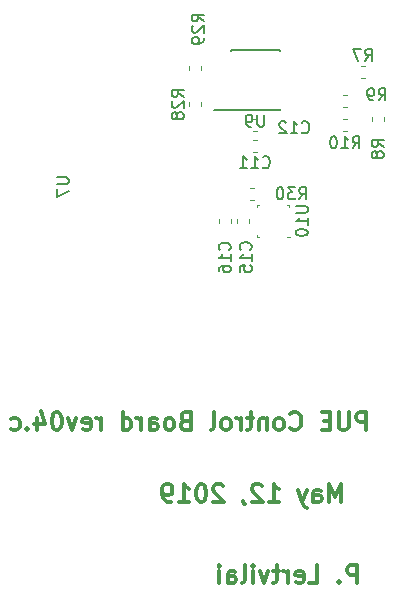
<source format=gbr>
G04 #@! TF.GenerationSoftware,KiCad,Pcbnew,(5.0.2)-1*
G04 #@! TF.CreationDate,2019-05-12T16:54:14-07:00*
G04 #@! TF.ProjectId,controlBoard_rev0401,636f6e74-726f-46c4-926f-6172645f7265,rev?*
G04 #@! TF.SameCoordinates,Original*
G04 #@! TF.FileFunction,Legend,Bot*
G04 #@! TF.FilePolarity,Positive*
%FSLAX46Y46*%
G04 Gerber Fmt 4.6, Leading zero omitted, Abs format (unit mm)*
G04 Created by KiCad (PCBNEW (5.0.2)-1) date 5/12/2019 4:54:14 PM*
%MOMM*%
%LPD*%
G01*
G04 APERTURE LIST*
%ADD10C,0.300000*%
%ADD11C,0.120000*%
%ADD12C,0.100000*%
%ADD13C,0.150000*%
G04 APERTURE END LIST*
D10*
X36301428Y-51986571D02*
X36301428Y-50486571D01*
X35730000Y-50486571D01*
X35587142Y-50558000D01*
X35515714Y-50629428D01*
X35444285Y-50772285D01*
X35444285Y-50986571D01*
X35515714Y-51129428D01*
X35587142Y-51200857D01*
X35730000Y-51272285D01*
X36301428Y-51272285D01*
X34801428Y-51843714D02*
X34730000Y-51915142D01*
X34801428Y-51986571D01*
X34872857Y-51915142D01*
X34801428Y-51843714D01*
X34801428Y-51986571D01*
X32230000Y-51986571D02*
X32944285Y-51986571D01*
X32944285Y-50486571D01*
X31158571Y-51915142D02*
X31301428Y-51986571D01*
X31587142Y-51986571D01*
X31730000Y-51915142D01*
X31801428Y-51772285D01*
X31801428Y-51200857D01*
X31730000Y-51058000D01*
X31587142Y-50986571D01*
X31301428Y-50986571D01*
X31158571Y-51058000D01*
X31087142Y-51200857D01*
X31087142Y-51343714D01*
X31801428Y-51486571D01*
X30444285Y-51986571D02*
X30444285Y-50986571D01*
X30444285Y-51272285D02*
X30372857Y-51129428D01*
X30301428Y-51058000D01*
X30158571Y-50986571D01*
X30015714Y-50986571D01*
X29730000Y-50986571D02*
X29158571Y-50986571D01*
X29515714Y-50486571D02*
X29515714Y-51772285D01*
X29444285Y-51915142D01*
X29301428Y-51986571D01*
X29158571Y-51986571D01*
X28801428Y-50986571D02*
X28444285Y-51986571D01*
X28087142Y-50986571D01*
X27515714Y-51986571D02*
X27515714Y-50986571D01*
X27515714Y-50486571D02*
X27587142Y-50558000D01*
X27515714Y-50629428D01*
X27444285Y-50558000D01*
X27515714Y-50486571D01*
X27515714Y-50629428D01*
X26587142Y-51986571D02*
X26730000Y-51915142D01*
X26801428Y-51772285D01*
X26801428Y-50486571D01*
X25372857Y-51986571D02*
X25372857Y-51200857D01*
X25444285Y-51058000D01*
X25587142Y-50986571D01*
X25872857Y-50986571D01*
X26015714Y-51058000D01*
X25372857Y-51915142D02*
X25515714Y-51986571D01*
X25872857Y-51986571D01*
X26015714Y-51915142D01*
X26087142Y-51772285D01*
X26087142Y-51629428D01*
X26015714Y-51486571D01*
X25872857Y-51415142D01*
X25515714Y-51415142D01*
X25372857Y-51343714D01*
X24658571Y-51986571D02*
X24658571Y-50986571D01*
X24658571Y-50486571D02*
X24730000Y-50558000D01*
X24658571Y-50629428D01*
X24587142Y-50558000D01*
X24658571Y-50486571D01*
X24658571Y-50629428D01*
X34967714Y-45128571D02*
X34967714Y-43628571D01*
X34467714Y-44700000D01*
X33967714Y-43628571D01*
X33967714Y-45128571D01*
X32610571Y-45128571D02*
X32610571Y-44342857D01*
X32682000Y-44200000D01*
X32824857Y-44128571D01*
X33110571Y-44128571D01*
X33253428Y-44200000D01*
X32610571Y-45057142D02*
X32753428Y-45128571D01*
X33110571Y-45128571D01*
X33253428Y-45057142D01*
X33324857Y-44914285D01*
X33324857Y-44771428D01*
X33253428Y-44628571D01*
X33110571Y-44557142D01*
X32753428Y-44557142D01*
X32610571Y-44485714D01*
X32039142Y-44128571D02*
X31682000Y-45128571D01*
X31324857Y-44128571D02*
X31682000Y-45128571D01*
X31824857Y-45485714D01*
X31896285Y-45557142D01*
X32039142Y-45628571D01*
X28824857Y-45128571D02*
X29682000Y-45128571D01*
X29253428Y-45128571D02*
X29253428Y-43628571D01*
X29396285Y-43842857D01*
X29539142Y-43985714D01*
X29682000Y-44057142D01*
X28253428Y-43771428D02*
X28182000Y-43700000D01*
X28039142Y-43628571D01*
X27682000Y-43628571D01*
X27539142Y-43700000D01*
X27467714Y-43771428D01*
X27396285Y-43914285D01*
X27396285Y-44057142D01*
X27467714Y-44271428D01*
X28324857Y-45128571D01*
X27396285Y-45128571D01*
X26682000Y-45057142D02*
X26682000Y-45128571D01*
X26753428Y-45271428D01*
X26824857Y-45342857D01*
X24967714Y-43771428D02*
X24896285Y-43700000D01*
X24753428Y-43628571D01*
X24396285Y-43628571D01*
X24253428Y-43700000D01*
X24182000Y-43771428D01*
X24110571Y-43914285D01*
X24110571Y-44057142D01*
X24182000Y-44271428D01*
X25039142Y-45128571D01*
X24110571Y-45128571D01*
X23182000Y-43628571D02*
X23039142Y-43628571D01*
X22896285Y-43700000D01*
X22824857Y-43771428D01*
X22753428Y-43914285D01*
X22682000Y-44200000D01*
X22682000Y-44557142D01*
X22753428Y-44842857D01*
X22824857Y-44985714D01*
X22896285Y-45057142D01*
X23039142Y-45128571D01*
X23182000Y-45128571D01*
X23324857Y-45057142D01*
X23396285Y-44985714D01*
X23467714Y-44842857D01*
X23539142Y-44557142D01*
X23539142Y-44200000D01*
X23467714Y-43914285D01*
X23396285Y-43771428D01*
X23324857Y-43700000D01*
X23182000Y-43628571D01*
X21253428Y-45128571D02*
X22110571Y-45128571D01*
X21682000Y-45128571D02*
X21682000Y-43628571D01*
X21824857Y-43842857D01*
X21967714Y-43985714D01*
X22110571Y-44057142D01*
X20539142Y-45128571D02*
X20253428Y-45128571D01*
X20110571Y-45057142D01*
X20039142Y-44985714D01*
X19896285Y-44771428D01*
X19824857Y-44485714D01*
X19824857Y-43914285D01*
X19896285Y-43771428D01*
X19967714Y-43700000D01*
X20110571Y-43628571D01*
X20396285Y-43628571D01*
X20539142Y-43700000D01*
X20610571Y-43771428D01*
X20682000Y-43914285D01*
X20682000Y-44271428D01*
X20610571Y-44414285D01*
X20539142Y-44485714D01*
X20396285Y-44557142D01*
X20110571Y-44557142D01*
X19967714Y-44485714D01*
X19896285Y-44414285D01*
X19824857Y-44271428D01*
X37098000Y-39032571D02*
X37098000Y-37532571D01*
X36526571Y-37532571D01*
X36383714Y-37604000D01*
X36312285Y-37675428D01*
X36240857Y-37818285D01*
X36240857Y-38032571D01*
X36312285Y-38175428D01*
X36383714Y-38246857D01*
X36526571Y-38318285D01*
X37098000Y-38318285D01*
X35598000Y-37532571D02*
X35598000Y-38746857D01*
X35526571Y-38889714D01*
X35455142Y-38961142D01*
X35312285Y-39032571D01*
X35026571Y-39032571D01*
X34883714Y-38961142D01*
X34812285Y-38889714D01*
X34740857Y-38746857D01*
X34740857Y-37532571D01*
X34026571Y-38246857D02*
X33526571Y-38246857D01*
X33312285Y-39032571D02*
X34026571Y-39032571D01*
X34026571Y-37532571D01*
X33312285Y-37532571D01*
X30669428Y-38889714D02*
X30740857Y-38961142D01*
X30955142Y-39032571D01*
X31098000Y-39032571D01*
X31312285Y-38961142D01*
X31455142Y-38818285D01*
X31526571Y-38675428D01*
X31598000Y-38389714D01*
X31598000Y-38175428D01*
X31526571Y-37889714D01*
X31455142Y-37746857D01*
X31312285Y-37604000D01*
X31098000Y-37532571D01*
X30955142Y-37532571D01*
X30740857Y-37604000D01*
X30669428Y-37675428D01*
X29812285Y-39032571D02*
X29955142Y-38961142D01*
X30026571Y-38889714D01*
X30098000Y-38746857D01*
X30098000Y-38318285D01*
X30026571Y-38175428D01*
X29955142Y-38104000D01*
X29812285Y-38032571D01*
X29598000Y-38032571D01*
X29455142Y-38104000D01*
X29383714Y-38175428D01*
X29312285Y-38318285D01*
X29312285Y-38746857D01*
X29383714Y-38889714D01*
X29455142Y-38961142D01*
X29598000Y-39032571D01*
X29812285Y-39032571D01*
X28669428Y-38032571D02*
X28669428Y-39032571D01*
X28669428Y-38175428D02*
X28598000Y-38104000D01*
X28455142Y-38032571D01*
X28240857Y-38032571D01*
X28098000Y-38104000D01*
X28026571Y-38246857D01*
X28026571Y-39032571D01*
X27526571Y-38032571D02*
X26955142Y-38032571D01*
X27312285Y-37532571D02*
X27312285Y-38818285D01*
X27240857Y-38961142D01*
X27098000Y-39032571D01*
X26955142Y-39032571D01*
X26455142Y-39032571D02*
X26455142Y-38032571D01*
X26455142Y-38318285D02*
X26383714Y-38175428D01*
X26312285Y-38104000D01*
X26169428Y-38032571D01*
X26026571Y-38032571D01*
X25312285Y-39032571D02*
X25455142Y-38961142D01*
X25526571Y-38889714D01*
X25597999Y-38746857D01*
X25597999Y-38318285D01*
X25526571Y-38175428D01*
X25455142Y-38104000D01*
X25312285Y-38032571D01*
X25097999Y-38032571D01*
X24955142Y-38104000D01*
X24883714Y-38175428D01*
X24812285Y-38318285D01*
X24812285Y-38746857D01*
X24883714Y-38889714D01*
X24955142Y-38961142D01*
X25097999Y-39032571D01*
X25312285Y-39032571D01*
X23955142Y-39032571D02*
X24097999Y-38961142D01*
X24169428Y-38818285D01*
X24169428Y-37532571D01*
X21740857Y-38246857D02*
X21526571Y-38318285D01*
X21455142Y-38389714D01*
X21383714Y-38532571D01*
X21383714Y-38746857D01*
X21455142Y-38889714D01*
X21526571Y-38961142D01*
X21669428Y-39032571D01*
X22240857Y-39032571D01*
X22240857Y-37532571D01*
X21740857Y-37532571D01*
X21597999Y-37604000D01*
X21526571Y-37675428D01*
X21455142Y-37818285D01*
X21455142Y-37961142D01*
X21526571Y-38104000D01*
X21597999Y-38175428D01*
X21740857Y-38246857D01*
X22240857Y-38246857D01*
X20526571Y-39032571D02*
X20669428Y-38961142D01*
X20740857Y-38889714D01*
X20812285Y-38746857D01*
X20812285Y-38318285D01*
X20740857Y-38175428D01*
X20669428Y-38104000D01*
X20526571Y-38032571D01*
X20312285Y-38032571D01*
X20169428Y-38104000D01*
X20097999Y-38175428D01*
X20026571Y-38318285D01*
X20026571Y-38746857D01*
X20097999Y-38889714D01*
X20169428Y-38961142D01*
X20312285Y-39032571D01*
X20526571Y-39032571D01*
X18740857Y-39032571D02*
X18740857Y-38246857D01*
X18812285Y-38104000D01*
X18955142Y-38032571D01*
X19240857Y-38032571D01*
X19383714Y-38104000D01*
X18740857Y-38961142D02*
X18883714Y-39032571D01*
X19240857Y-39032571D01*
X19383714Y-38961142D01*
X19455142Y-38818285D01*
X19455142Y-38675428D01*
X19383714Y-38532571D01*
X19240857Y-38461142D01*
X18883714Y-38461142D01*
X18740857Y-38389714D01*
X18026571Y-39032571D02*
X18026571Y-38032571D01*
X18026571Y-38318285D02*
X17955142Y-38175428D01*
X17883714Y-38104000D01*
X17740857Y-38032571D01*
X17597999Y-38032571D01*
X16455142Y-39032571D02*
X16455142Y-37532571D01*
X16455142Y-38961142D02*
X16597999Y-39032571D01*
X16883714Y-39032571D01*
X17026571Y-38961142D01*
X17097999Y-38889714D01*
X17169428Y-38746857D01*
X17169428Y-38318285D01*
X17097999Y-38175428D01*
X17026571Y-38104000D01*
X16883714Y-38032571D01*
X16597999Y-38032571D01*
X16455142Y-38104000D01*
X14597999Y-39032571D02*
X14597999Y-38032571D01*
X14597999Y-38318285D02*
X14526571Y-38175428D01*
X14455142Y-38104000D01*
X14312285Y-38032571D01*
X14169428Y-38032571D01*
X13097999Y-38961142D02*
X13240857Y-39032571D01*
X13526571Y-39032571D01*
X13669428Y-38961142D01*
X13740857Y-38818285D01*
X13740857Y-38246857D01*
X13669428Y-38104000D01*
X13526571Y-38032571D01*
X13240857Y-38032571D01*
X13097999Y-38104000D01*
X13026571Y-38246857D01*
X13026571Y-38389714D01*
X13740857Y-38532571D01*
X12526571Y-38032571D02*
X12169428Y-39032571D01*
X11812285Y-38032571D01*
X10955142Y-37532571D02*
X10812285Y-37532571D01*
X10669428Y-37604000D01*
X10597999Y-37675428D01*
X10526571Y-37818285D01*
X10455142Y-38104000D01*
X10455142Y-38461142D01*
X10526571Y-38746857D01*
X10597999Y-38889714D01*
X10669428Y-38961142D01*
X10812285Y-39032571D01*
X10955142Y-39032571D01*
X11097999Y-38961142D01*
X11169428Y-38889714D01*
X11240857Y-38746857D01*
X11312285Y-38461142D01*
X11312285Y-38104000D01*
X11240857Y-37818285D01*
X11169428Y-37675428D01*
X11097999Y-37604000D01*
X10955142Y-37532571D01*
X9169428Y-38032571D02*
X9169428Y-39032571D01*
X9526571Y-37461142D02*
X9883714Y-38532571D01*
X8955142Y-38532571D01*
X8383714Y-38889714D02*
X8312285Y-38961142D01*
X8383714Y-39032571D01*
X8455142Y-38961142D01*
X8383714Y-38889714D01*
X8383714Y-39032571D01*
X7026571Y-38961142D02*
X7169428Y-39032571D01*
X7455142Y-39032571D01*
X7597999Y-38961142D01*
X7669428Y-38889714D01*
X7740857Y-38746857D01*
X7740857Y-38318285D01*
X7669428Y-38175428D01*
X7597999Y-38104000D01*
X7455142Y-38032571D01*
X7169428Y-38032571D01*
X7026571Y-38104000D01*
D11*
G04 #@! TO.C,R8*
X38610000Y-12537221D02*
X38610000Y-12862779D01*
X37590000Y-12537221D02*
X37590000Y-12862779D01*
G04 #@! TO.C,R7*
X36992779Y-8253000D02*
X36667221Y-8253000D01*
X36992779Y-9273000D02*
X36667221Y-9273000D01*
G04 #@! TO.C,C15*
X26160000Y-21198721D02*
X26160000Y-21524279D01*
X27180000Y-21198721D02*
X27180000Y-21524279D01*
G04 #@! TO.C,C12*
X27523221Y-12698000D02*
X27848779Y-12698000D01*
X27523221Y-13718000D02*
X27848779Y-13718000D01*
G04 #@! TO.C,C11*
X27497721Y-15496000D02*
X27823279Y-15496000D01*
X27497721Y-14476000D02*
X27823279Y-14476000D01*
G04 #@! TO.C,C16*
X24636000Y-21198721D02*
X24636000Y-21524279D01*
X25656000Y-21198721D02*
X25656000Y-21524279D01*
D12*
G04 #@! TO.C,U10*
X27850000Y-22686000D02*
X27850000Y-22536000D01*
X27860000Y-22686000D02*
X28010000Y-22686000D01*
X27860000Y-19986000D02*
X28010000Y-19986000D01*
X27860000Y-19986000D02*
X27860000Y-20136000D01*
X30560000Y-20136000D02*
X30560000Y-19986000D01*
X30560000Y-19986000D02*
X30410000Y-19986000D01*
X30410000Y-22686000D02*
X30660000Y-22686000D01*
D13*
G04 #@! TO.C,U9*
X25611000Y-11973000D02*
X25611000Y-11923000D01*
X29761000Y-11973000D02*
X29761000Y-11828000D01*
X29761000Y-6823000D02*
X29761000Y-6968000D01*
X25611000Y-6823000D02*
X25611000Y-6968000D01*
X25611000Y-11973000D02*
X29761000Y-11973000D01*
X25611000Y-6823000D02*
X29761000Y-6823000D01*
X25611000Y-11923000D02*
X24211000Y-11923000D01*
D11*
G04 #@! TO.C,R9*
X35143221Y-10666000D02*
X35468779Y-10666000D01*
X35143221Y-11686000D02*
X35468779Y-11686000D01*
G04 #@! TO.C,R10*
X35117721Y-13718000D02*
X35443279Y-13718000D01*
X35117721Y-12698000D02*
X35443279Y-12698000D01*
G04 #@! TO.C,R28*
X22096000Y-11292721D02*
X22096000Y-11618279D01*
X23116000Y-11292721D02*
X23116000Y-11618279D01*
G04 #@! TO.C,R29*
X22096000Y-8544779D02*
X22096000Y-8219221D01*
X23116000Y-8544779D02*
X23116000Y-8219221D01*
G04 #@! TO.C,R30*
X27269221Y-19560000D02*
X27594779Y-19560000D01*
X27269221Y-18540000D02*
X27594779Y-18540000D01*
G04 #@! TO.C,R8*
D13*
X38552380Y-15073333D02*
X38076190Y-14740000D01*
X38552380Y-14501904D02*
X37552380Y-14501904D01*
X37552380Y-14882857D01*
X37600000Y-14978095D01*
X37647619Y-15025714D01*
X37742857Y-15073333D01*
X37885714Y-15073333D01*
X37980952Y-15025714D01*
X38028571Y-14978095D01*
X38076190Y-14882857D01*
X38076190Y-14501904D01*
X37980952Y-15644761D02*
X37933333Y-15549523D01*
X37885714Y-15501904D01*
X37790476Y-15454285D01*
X37742857Y-15454285D01*
X37647619Y-15501904D01*
X37600000Y-15549523D01*
X37552380Y-15644761D01*
X37552380Y-15835238D01*
X37600000Y-15930476D01*
X37647619Y-15978095D01*
X37742857Y-16025714D01*
X37790476Y-16025714D01*
X37885714Y-15978095D01*
X37933333Y-15930476D01*
X37980952Y-15835238D01*
X37980952Y-15644761D01*
X38028571Y-15549523D01*
X38076190Y-15501904D01*
X38171428Y-15454285D01*
X38361904Y-15454285D01*
X38457142Y-15501904D01*
X38504761Y-15549523D01*
X38552380Y-15644761D01*
X38552380Y-15835238D01*
X38504761Y-15930476D01*
X38457142Y-15978095D01*
X38361904Y-16025714D01*
X38171428Y-16025714D01*
X38076190Y-15978095D01*
X38028571Y-15930476D01*
X37980952Y-15835238D01*
G04 #@! TO.C,R7*
X36996666Y-7785380D02*
X37330000Y-7309190D01*
X37568095Y-7785380D02*
X37568095Y-6785380D01*
X37187142Y-6785380D01*
X37091904Y-6833000D01*
X37044285Y-6880619D01*
X36996666Y-6975857D01*
X36996666Y-7118714D01*
X37044285Y-7213952D01*
X37091904Y-7261571D01*
X37187142Y-7309190D01*
X37568095Y-7309190D01*
X36663333Y-6785380D02*
X35996666Y-6785380D01*
X36425238Y-7785380D01*
G04 #@! TO.C,U7*
X10882380Y-17653095D02*
X11691904Y-17653095D01*
X11787142Y-17700714D01*
X11834761Y-17748333D01*
X11882380Y-17843571D01*
X11882380Y-18034047D01*
X11834761Y-18129285D01*
X11787142Y-18176904D01*
X11691904Y-18224523D01*
X10882380Y-18224523D01*
X10882380Y-18605476D02*
X10882380Y-19272142D01*
X11882380Y-18843571D01*
G04 #@! TO.C,C15*
X27281142Y-23766642D02*
X27328761Y-23719023D01*
X27376380Y-23576166D01*
X27376380Y-23480928D01*
X27328761Y-23338071D01*
X27233523Y-23242833D01*
X27138285Y-23195214D01*
X26947809Y-23147595D01*
X26804952Y-23147595D01*
X26614476Y-23195214D01*
X26519238Y-23242833D01*
X26424000Y-23338071D01*
X26376380Y-23480928D01*
X26376380Y-23576166D01*
X26424000Y-23719023D01*
X26471619Y-23766642D01*
X27376380Y-24719023D02*
X27376380Y-24147595D01*
X27376380Y-24433309D02*
X26376380Y-24433309D01*
X26519238Y-24338071D01*
X26614476Y-24242833D01*
X26662095Y-24147595D01*
X26376380Y-25623785D02*
X26376380Y-25147595D01*
X26852571Y-25099976D01*
X26804952Y-25147595D01*
X26757333Y-25242833D01*
X26757333Y-25480928D01*
X26804952Y-25576166D01*
X26852571Y-25623785D01*
X26947809Y-25671404D01*
X27185904Y-25671404D01*
X27281142Y-25623785D01*
X27328761Y-25576166D01*
X27376380Y-25480928D01*
X27376380Y-25242833D01*
X27328761Y-25147595D01*
X27281142Y-25099976D01*
G04 #@! TO.C,C12*
X31630857Y-13819142D02*
X31678476Y-13866761D01*
X31821333Y-13914380D01*
X31916571Y-13914380D01*
X32059428Y-13866761D01*
X32154666Y-13771523D01*
X32202285Y-13676285D01*
X32249904Y-13485809D01*
X32249904Y-13342952D01*
X32202285Y-13152476D01*
X32154666Y-13057238D01*
X32059428Y-12962000D01*
X31916571Y-12914380D01*
X31821333Y-12914380D01*
X31678476Y-12962000D01*
X31630857Y-13009619D01*
X30678476Y-13914380D02*
X31249904Y-13914380D01*
X30964190Y-13914380D02*
X30964190Y-12914380D01*
X31059428Y-13057238D01*
X31154666Y-13152476D01*
X31249904Y-13200095D01*
X30297523Y-13009619D02*
X30249904Y-12962000D01*
X30154666Y-12914380D01*
X29916571Y-12914380D01*
X29821333Y-12962000D01*
X29773714Y-13009619D01*
X29726095Y-13104857D01*
X29726095Y-13200095D01*
X29773714Y-13342952D01*
X30345142Y-13914380D01*
X29726095Y-13914380D01*
G04 #@! TO.C,C11*
X28303357Y-16773142D02*
X28350976Y-16820761D01*
X28493833Y-16868380D01*
X28589071Y-16868380D01*
X28731928Y-16820761D01*
X28827166Y-16725523D01*
X28874785Y-16630285D01*
X28922404Y-16439809D01*
X28922404Y-16296952D01*
X28874785Y-16106476D01*
X28827166Y-16011238D01*
X28731928Y-15916000D01*
X28589071Y-15868380D01*
X28493833Y-15868380D01*
X28350976Y-15916000D01*
X28303357Y-15963619D01*
X27350976Y-16868380D02*
X27922404Y-16868380D01*
X27636690Y-16868380D02*
X27636690Y-15868380D01*
X27731928Y-16011238D01*
X27827166Y-16106476D01*
X27922404Y-16154095D01*
X26398595Y-16868380D02*
X26970023Y-16868380D01*
X26684309Y-16868380D02*
X26684309Y-15868380D01*
X26779547Y-16011238D01*
X26874785Y-16106476D01*
X26970023Y-16154095D01*
G04 #@! TO.C,C16*
X25503142Y-23792142D02*
X25550761Y-23744523D01*
X25598380Y-23601666D01*
X25598380Y-23506428D01*
X25550761Y-23363571D01*
X25455523Y-23268333D01*
X25360285Y-23220714D01*
X25169809Y-23173095D01*
X25026952Y-23173095D01*
X24836476Y-23220714D01*
X24741238Y-23268333D01*
X24646000Y-23363571D01*
X24598380Y-23506428D01*
X24598380Y-23601666D01*
X24646000Y-23744523D01*
X24693619Y-23792142D01*
X25598380Y-24744523D02*
X25598380Y-24173095D01*
X25598380Y-24458809D02*
X24598380Y-24458809D01*
X24741238Y-24363571D01*
X24836476Y-24268333D01*
X24884095Y-24173095D01*
X24598380Y-25601666D02*
X24598380Y-25411190D01*
X24646000Y-25315952D01*
X24693619Y-25268333D01*
X24836476Y-25173095D01*
X25026952Y-25125476D01*
X25407904Y-25125476D01*
X25503142Y-25173095D01*
X25550761Y-25220714D01*
X25598380Y-25315952D01*
X25598380Y-25506428D01*
X25550761Y-25601666D01*
X25503142Y-25649285D01*
X25407904Y-25696904D01*
X25169809Y-25696904D01*
X25074571Y-25649285D01*
X25026952Y-25601666D01*
X24979333Y-25506428D01*
X24979333Y-25315952D01*
X25026952Y-25220714D01*
X25074571Y-25173095D01*
X25169809Y-25125476D01*
G04 #@! TO.C,U10*
X31127380Y-20082904D02*
X31936904Y-20082904D01*
X32032142Y-20130523D01*
X32079761Y-20178142D01*
X32127380Y-20273380D01*
X32127380Y-20463857D01*
X32079761Y-20559095D01*
X32032142Y-20606714D01*
X31936904Y-20654333D01*
X31127380Y-20654333D01*
X32127380Y-21654333D02*
X32127380Y-21082904D01*
X32127380Y-21368619D02*
X31127380Y-21368619D01*
X31270238Y-21273380D01*
X31365476Y-21178142D01*
X31413095Y-21082904D01*
X31127380Y-22273380D02*
X31127380Y-22368619D01*
X31175000Y-22463857D01*
X31222619Y-22511476D01*
X31317857Y-22559095D01*
X31508333Y-22606714D01*
X31746428Y-22606714D01*
X31936904Y-22559095D01*
X32032142Y-22511476D01*
X32079761Y-22463857D01*
X32127380Y-22368619D01*
X32127380Y-22273380D01*
X32079761Y-22178142D01*
X32032142Y-22130523D01*
X31936904Y-22082904D01*
X31746428Y-22035285D01*
X31508333Y-22035285D01*
X31317857Y-22082904D01*
X31222619Y-22130523D01*
X31175000Y-22178142D01*
X31127380Y-22273380D01*
G04 #@! TO.C,U9*
X28447904Y-12350380D02*
X28447904Y-13159904D01*
X28400285Y-13255142D01*
X28352666Y-13302761D01*
X28257428Y-13350380D01*
X28066952Y-13350380D01*
X27971714Y-13302761D01*
X27924095Y-13255142D01*
X27876476Y-13159904D01*
X27876476Y-12350380D01*
X27352666Y-13350380D02*
X27162190Y-13350380D01*
X27066952Y-13302761D01*
X27019333Y-13255142D01*
X26924095Y-13112285D01*
X26876476Y-12921809D01*
X26876476Y-12540857D01*
X26924095Y-12445619D01*
X26971714Y-12398000D01*
X27066952Y-12350380D01*
X27257428Y-12350380D01*
X27352666Y-12398000D01*
X27400285Y-12445619D01*
X27447904Y-12540857D01*
X27447904Y-12778952D01*
X27400285Y-12874190D01*
X27352666Y-12921809D01*
X27257428Y-12969428D01*
X27066952Y-12969428D01*
X26971714Y-12921809D01*
X26924095Y-12874190D01*
X26876476Y-12778952D01*
G04 #@! TO.C,R9*
X38139666Y-11120380D02*
X38473000Y-10644190D01*
X38711095Y-11120380D02*
X38711095Y-10120380D01*
X38330142Y-10120380D01*
X38234904Y-10168000D01*
X38187285Y-10215619D01*
X38139666Y-10310857D01*
X38139666Y-10453714D01*
X38187285Y-10548952D01*
X38234904Y-10596571D01*
X38330142Y-10644190D01*
X38711095Y-10644190D01*
X37663476Y-11120380D02*
X37473000Y-11120380D01*
X37377761Y-11072761D01*
X37330142Y-11025142D01*
X37234904Y-10882285D01*
X37187285Y-10691809D01*
X37187285Y-10310857D01*
X37234904Y-10215619D01*
X37282523Y-10168000D01*
X37377761Y-10120380D01*
X37568238Y-10120380D01*
X37663476Y-10168000D01*
X37711095Y-10215619D01*
X37758714Y-10310857D01*
X37758714Y-10548952D01*
X37711095Y-10644190D01*
X37663476Y-10691809D01*
X37568238Y-10739428D01*
X37377761Y-10739428D01*
X37282523Y-10691809D01*
X37234904Y-10644190D01*
X37187285Y-10548952D01*
G04 #@! TO.C,R10*
X35923357Y-15184380D02*
X36256690Y-14708190D01*
X36494785Y-15184380D02*
X36494785Y-14184380D01*
X36113833Y-14184380D01*
X36018595Y-14232000D01*
X35970976Y-14279619D01*
X35923357Y-14374857D01*
X35923357Y-14517714D01*
X35970976Y-14612952D01*
X36018595Y-14660571D01*
X36113833Y-14708190D01*
X36494785Y-14708190D01*
X34970976Y-15184380D02*
X35542404Y-15184380D01*
X35256690Y-15184380D02*
X35256690Y-14184380D01*
X35351928Y-14327238D01*
X35447166Y-14422476D01*
X35542404Y-14470095D01*
X34351928Y-14184380D02*
X34256690Y-14184380D01*
X34161452Y-14232000D01*
X34113833Y-14279619D01*
X34066214Y-14374857D01*
X34018595Y-14565333D01*
X34018595Y-14803428D01*
X34066214Y-14993904D01*
X34113833Y-15089142D01*
X34161452Y-15136761D01*
X34256690Y-15184380D01*
X34351928Y-15184380D01*
X34447166Y-15136761D01*
X34494785Y-15089142D01*
X34542404Y-14993904D01*
X34590023Y-14803428D01*
X34590023Y-14565333D01*
X34542404Y-14374857D01*
X34494785Y-14279619D01*
X34447166Y-14232000D01*
X34351928Y-14184380D01*
G04 #@! TO.C,R28*
X21628380Y-10812642D02*
X21152190Y-10479309D01*
X21628380Y-10241214D02*
X20628380Y-10241214D01*
X20628380Y-10622166D01*
X20676000Y-10717404D01*
X20723619Y-10765023D01*
X20818857Y-10812642D01*
X20961714Y-10812642D01*
X21056952Y-10765023D01*
X21104571Y-10717404D01*
X21152190Y-10622166D01*
X21152190Y-10241214D01*
X20723619Y-11193595D02*
X20676000Y-11241214D01*
X20628380Y-11336452D01*
X20628380Y-11574547D01*
X20676000Y-11669785D01*
X20723619Y-11717404D01*
X20818857Y-11765023D01*
X20914095Y-11765023D01*
X21056952Y-11717404D01*
X21628380Y-11145976D01*
X21628380Y-11765023D01*
X21056952Y-12336452D02*
X21009333Y-12241214D01*
X20961714Y-12193595D01*
X20866476Y-12145976D01*
X20818857Y-12145976D01*
X20723619Y-12193595D01*
X20676000Y-12241214D01*
X20628380Y-12336452D01*
X20628380Y-12526928D01*
X20676000Y-12622166D01*
X20723619Y-12669785D01*
X20818857Y-12717404D01*
X20866476Y-12717404D01*
X20961714Y-12669785D01*
X21009333Y-12622166D01*
X21056952Y-12526928D01*
X21056952Y-12336452D01*
X21104571Y-12241214D01*
X21152190Y-12193595D01*
X21247428Y-12145976D01*
X21437904Y-12145976D01*
X21533142Y-12193595D01*
X21580761Y-12241214D01*
X21628380Y-12336452D01*
X21628380Y-12526928D01*
X21580761Y-12622166D01*
X21533142Y-12669785D01*
X21437904Y-12717404D01*
X21247428Y-12717404D01*
X21152190Y-12669785D01*
X21104571Y-12622166D01*
X21056952Y-12526928D01*
G04 #@! TO.C,R29*
X23312380Y-4437142D02*
X22836190Y-4103809D01*
X23312380Y-3865714D02*
X22312380Y-3865714D01*
X22312380Y-4246666D01*
X22360000Y-4341904D01*
X22407619Y-4389523D01*
X22502857Y-4437142D01*
X22645714Y-4437142D01*
X22740952Y-4389523D01*
X22788571Y-4341904D01*
X22836190Y-4246666D01*
X22836190Y-3865714D01*
X22407619Y-4818095D02*
X22360000Y-4865714D01*
X22312380Y-4960952D01*
X22312380Y-5199047D01*
X22360000Y-5294285D01*
X22407619Y-5341904D01*
X22502857Y-5389523D01*
X22598095Y-5389523D01*
X22740952Y-5341904D01*
X23312380Y-4770476D01*
X23312380Y-5389523D01*
X23312380Y-5865714D02*
X23312380Y-6056190D01*
X23264761Y-6151428D01*
X23217142Y-6199047D01*
X23074285Y-6294285D01*
X22883809Y-6341904D01*
X22502857Y-6341904D01*
X22407619Y-6294285D01*
X22360000Y-6246666D01*
X22312380Y-6151428D01*
X22312380Y-5960952D01*
X22360000Y-5865714D01*
X22407619Y-5818095D01*
X22502857Y-5770476D01*
X22740952Y-5770476D01*
X22836190Y-5818095D01*
X22883809Y-5865714D01*
X22931428Y-5960952D01*
X22931428Y-6151428D01*
X22883809Y-6246666D01*
X22836190Y-6294285D01*
X22740952Y-6341904D01*
G04 #@! TO.C,R30*
X31402357Y-19502380D02*
X31735690Y-19026190D01*
X31973785Y-19502380D02*
X31973785Y-18502380D01*
X31592833Y-18502380D01*
X31497595Y-18550000D01*
X31449976Y-18597619D01*
X31402357Y-18692857D01*
X31402357Y-18835714D01*
X31449976Y-18930952D01*
X31497595Y-18978571D01*
X31592833Y-19026190D01*
X31973785Y-19026190D01*
X31069023Y-18502380D02*
X30449976Y-18502380D01*
X30783309Y-18883333D01*
X30640452Y-18883333D01*
X30545214Y-18930952D01*
X30497595Y-18978571D01*
X30449976Y-19073809D01*
X30449976Y-19311904D01*
X30497595Y-19407142D01*
X30545214Y-19454761D01*
X30640452Y-19502380D01*
X30926166Y-19502380D01*
X31021404Y-19454761D01*
X31069023Y-19407142D01*
X29830928Y-18502380D02*
X29735690Y-18502380D01*
X29640452Y-18550000D01*
X29592833Y-18597619D01*
X29545214Y-18692857D01*
X29497595Y-18883333D01*
X29497595Y-19121428D01*
X29545214Y-19311904D01*
X29592833Y-19407142D01*
X29640452Y-19454761D01*
X29735690Y-19502380D01*
X29830928Y-19502380D01*
X29926166Y-19454761D01*
X29973785Y-19407142D01*
X30021404Y-19311904D01*
X30069023Y-19121428D01*
X30069023Y-18883333D01*
X30021404Y-18692857D01*
X29973785Y-18597619D01*
X29926166Y-18550000D01*
X29830928Y-18502380D01*
G04 #@! TD*
M02*

</source>
